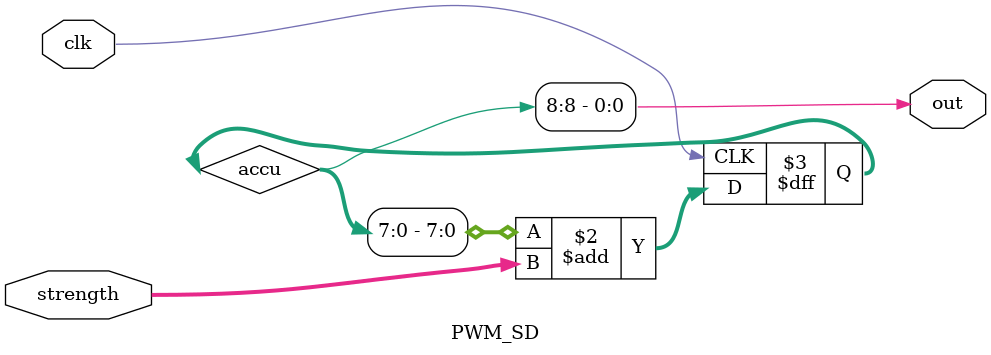
<source format=v>
module PWM12(
	input [7:0] strength,
	input PWM_CLK,
	output wire PWM_OUT
);

reg [7:0] steps = 0;

always @ (posedge PWM_CLK) begin steps = steps + 1; end

assign PWM_OUT = steps > strength ? 0 : PWM_CLK;

endmodule

module PWM_SD(input [7:0] strength, input clk, output out);
	reg [8:0] accu;
	always @(posedge clk) accu <= accu[7:0] + strength[7:0];
	assign out = accu[8];
endmodule

</source>
